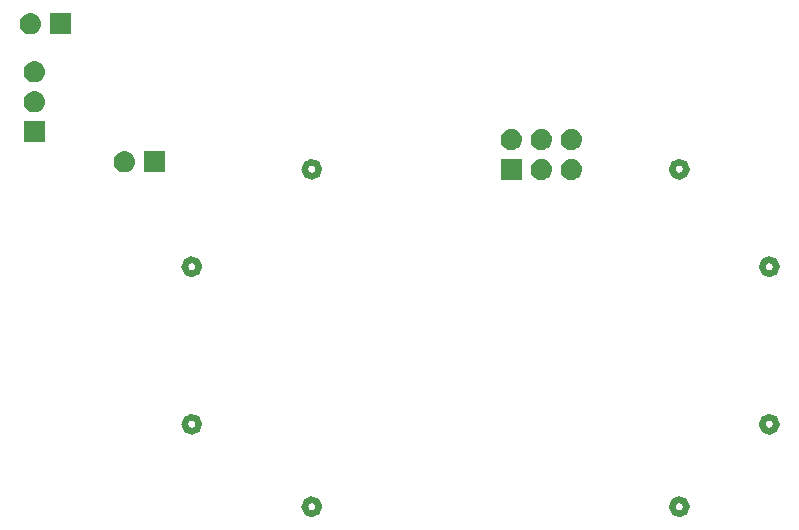
<source format=gbs>
G04 #@! TF.GenerationSoftware,KiCad,Pcbnew,5.0.2-bee76a0~70~ubuntu18.04.1*
G04 #@! TF.CreationDate,2018-12-13T21:58:58+02:00*
G04 #@! TF.ProjectId,component_tester_adapter,636f6d70-6f6e-4656-9e74-5f7465737465,rev?*
G04 #@! TF.SameCoordinates,Original*
G04 #@! TF.FileFunction,Soldermask,Bot*
G04 #@! TF.FilePolarity,Negative*
%FSLAX46Y46*%
G04 Gerber Fmt 4.6, Leading zero omitted, Abs format (unit mm)*
G04 Created by KiCad (PCBNEW 5.0.2-bee76a0~70~ubuntu18.04.1) date Thu 13 Dec 2018 09:58:58 PM EET*
%MOMM*%
%LPD*%
G01*
G04 APERTURE LIST*
%ADD10C,0.600000*%
%ADD11C,0.100000*%
G04 APERTURE END LIST*
D10*
X159350000Y-114935000D02*
G75*
G03X159350000Y-114935000I-600000J0D01*
G01*
X149190000Y-107950000D02*
G75*
G03X149190000Y-107950000I-600000J0D01*
G01*
X149190000Y-94615000D02*
G75*
G03X149190000Y-94615000I-600000J0D01*
G01*
X159350000Y-86360000D02*
G75*
G03X159350000Y-86360000I-600000J0D01*
G01*
X190465000Y-86360000D02*
G75*
G03X190465000Y-86360000I-600000J0D01*
G01*
X198085000Y-94615000D02*
G75*
G03X198085000Y-94615000I-600000J0D01*
G01*
X198085000Y-107950000D02*
G75*
G03X198085000Y-107950000I-600000J0D01*
G01*
X190465000Y-114935000D02*
G75*
G03X190465000Y-114935000I-600000J0D01*
G01*
D11*
G36*
X178285443Y-85485519D02*
X178351627Y-85492037D01*
X178464853Y-85526384D01*
X178521467Y-85543557D01*
X178660087Y-85617652D01*
X178677991Y-85627222D01*
X178713729Y-85656552D01*
X178815186Y-85739814D01*
X178898448Y-85841271D01*
X178927778Y-85877009D01*
X178927779Y-85877011D01*
X179011443Y-86033533D01*
X179011443Y-86033534D01*
X179062963Y-86203373D01*
X179080359Y-86380000D01*
X179062963Y-86556627D01*
X179041919Y-86626000D01*
X179011443Y-86726467D01*
X178937348Y-86865087D01*
X178927778Y-86882991D01*
X178898448Y-86918729D01*
X178815186Y-87020186D01*
X178713729Y-87103448D01*
X178677991Y-87132778D01*
X178677989Y-87132779D01*
X178521467Y-87216443D01*
X178464853Y-87233616D01*
X178351627Y-87267963D01*
X178285442Y-87274482D01*
X178219260Y-87281000D01*
X178130740Y-87281000D01*
X178064558Y-87274482D01*
X177998373Y-87267963D01*
X177885147Y-87233616D01*
X177828533Y-87216443D01*
X177672011Y-87132779D01*
X177672009Y-87132778D01*
X177636271Y-87103448D01*
X177534814Y-87020186D01*
X177451552Y-86918729D01*
X177422222Y-86882991D01*
X177412652Y-86865087D01*
X177338557Y-86726467D01*
X177308081Y-86626000D01*
X177287037Y-86556627D01*
X177269641Y-86380000D01*
X177287037Y-86203373D01*
X177338557Y-86033534D01*
X177338557Y-86033533D01*
X177422221Y-85877011D01*
X177422222Y-85877009D01*
X177451552Y-85841271D01*
X177534814Y-85739814D01*
X177636271Y-85656552D01*
X177672009Y-85627222D01*
X177689913Y-85617652D01*
X177828533Y-85543557D01*
X177885147Y-85526384D01*
X177998373Y-85492037D01*
X178064557Y-85485519D01*
X178130740Y-85479000D01*
X178219260Y-85479000D01*
X178285443Y-85485519D01*
X178285443Y-85485519D01*
G37*
G36*
X176536000Y-87281000D02*
X174734000Y-87281000D01*
X174734000Y-85479000D01*
X176536000Y-85479000D01*
X176536000Y-87281000D01*
X176536000Y-87281000D01*
G37*
G36*
X180825443Y-85485519D02*
X180891627Y-85492037D01*
X181004853Y-85526384D01*
X181061467Y-85543557D01*
X181200087Y-85617652D01*
X181217991Y-85627222D01*
X181253729Y-85656552D01*
X181355186Y-85739814D01*
X181438448Y-85841271D01*
X181467778Y-85877009D01*
X181467779Y-85877011D01*
X181551443Y-86033533D01*
X181551443Y-86033534D01*
X181602963Y-86203373D01*
X181620359Y-86380000D01*
X181602963Y-86556627D01*
X181581919Y-86626000D01*
X181551443Y-86726467D01*
X181477348Y-86865087D01*
X181467778Y-86882991D01*
X181438448Y-86918729D01*
X181355186Y-87020186D01*
X181253729Y-87103448D01*
X181217991Y-87132778D01*
X181217989Y-87132779D01*
X181061467Y-87216443D01*
X181004853Y-87233616D01*
X180891627Y-87267963D01*
X180825442Y-87274482D01*
X180759260Y-87281000D01*
X180670740Y-87281000D01*
X180604558Y-87274482D01*
X180538373Y-87267963D01*
X180425147Y-87233616D01*
X180368533Y-87216443D01*
X180212011Y-87132779D01*
X180212009Y-87132778D01*
X180176271Y-87103448D01*
X180074814Y-87020186D01*
X179991552Y-86918729D01*
X179962222Y-86882991D01*
X179952652Y-86865087D01*
X179878557Y-86726467D01*
X179848081Y-86626000D01*
X179827037Y-86556627D01*
X179809641Y-86380000D01*
X179827037Y-86203373D01*
X179878557Y-86033534D01*
X179878557Y-86033533D01*
X179962221Y-85877011D01*
X179962222Y-85877009D01*
X179991552Y-85841271D01*
X180074814Y-85739814D01*
X180176271Y-85656552D01*
X180212009Y-85627222D01*
X180229913Y-85617652D01*
X180368533Y-85543557D01*
X180425147Y-85526384D01*
X180538373Y-85492037D01*
X180604557Y-85485519D01*
X180670740Y-85479000D01*
X180759260Y-85479000D01*
X180825443Y-85485519D01*
X180825443Y-85485519D01*
G37*
G36*
X142985443Y-84830519D02*
X143051627Y-84837037D01*
X143164853Y-84871384D01*
X143221467Y-84888557D01*
X143360087Y-84962652D01*
X143377991Y-84972222D01*
X143413729Y-85001552D01*
X143515186Y-85084814D01*
X143598448Y-85186271D01*
X143627778Y-85222009D01*
X143627779Y-85222011D01*
X143711443Y-85378533D01*
X143711443Y-85378534D01*
X143762963Y-85548373D01*
X143780359Y-85725000D01*
X143762963Y-85901627D01*
X143728616Y-86014853D01*
X143711443Y-86071467D01*
X143640937Y-86203373D01*
X143627778Y-86227991D01*
X143598448Y-86263729D01*
X143515186Y-86365186D01*
X143413729Y-86448448D01*
X143377991Y-86477778D01*
X143377989Y-86477779D01*
X143221467Y-86561443D01*
X143164853Y-86578616D01*
X143051627Y-86612963D01*
X142985442Y-86619482D01*
X142919260Y-86626000D01*
X142830740Y-86626000D01*
X142764558Y-86619482D01*
X142698373Y-86612963D01*
X142585147Y-86578616D01*
X142528533Y-86561443D01*
X142372011Y-86477779D01*
X142372009Y-86477778D01*
X142336271Y-86448448D01*
X142234814Y-86365186D01*
X142151552Y-86263729D01*
X142122222Y-86227991D01*
X142109063Y-86203373D01*
X142038557Y-86071467D01*
X142021384Y-86014853D01*
X141987037Y-85901627D01*
X141969641Y-85725000D01*
X141987037Y-85548373D01*
X142038557Y-85378534D01*
X142038557Y-85378533D01*
X142122221Y-85222011D01*
X142122222Y-85222009D01*
X142151552Y-85186271D01*
X142234814Y-85084814D01*
X142336271Y-85001552D01*
X142372009Y-84972222D01*
X142389913Y-84962652D01*
X142528533Y-84888557D01*
X142585147Y-84871384D01*
X142698373Y-84837037D01*
X142764557Y-84830519D01*
X142830740Y-84824000D01*
X142919260Y-84824000D01*
X142985443Y-84830519D01*
X142985443Y-84830519D01*
G37*
G36*
X146316000Y-86626000D02*
X144514000Y-86626000D01*
X144514000Y-84824000D01*
X146316000Y-84824000D01*
X146316000Y-86626000D01*
X146316000Y-86626000D01*
G37*
G36*
X180825442Y-82945518D02*
X180891627Y-82952037D01*
X181004853Y-82986384D01*
X181061467Y-83003557D01*
X181200087Y-83077652D01*
X181217991Y-83087222D01*
X181253729Y-83116552D01*
X181355186Y-83199814D01*
X181438448Y-83301271D01*
X181467778Y-83337009D01*
X181467779Y-83337011D01*
X181551443Y-83493533D01*
X181551443Y-83493534D01*
X181602963Y-83663373D01*
X181620359Y-83840000D01*
X181602963Y-84016627D01*
X181581919Y-84086000D01*
X181551443Y-84186467D01*
X181477348Y-84325087D01*
X181467778Y-84342991D01*
X181438448Y-84378729D01*
X181355186Y-84480186D01*
X181253729Y-84563448D01*
X181217991Y-84592778D01*
X181217989Y-84592779D01*
X181061467Y-84676443D01*
X181004853Y-84693616D01*
X180891627Y-84727963D01*
X180825443Y-84734481D01*
X180759260Y-84741000D01*
X180670740Y-84741000D01*
X180604557Y-84734481D01*
X180538373Y-84727963D01*
X180425147Y-84693616D01*
X180368533Y-84676443D01*
X180212011Y-84592779D01*
X180212009Y-84592778D01*
X180176271Y-84563448D01*
X180074814Y-84480186D01*
X179991552Y-84378729D01*
X179962222Y-84342991D01*
X179952652Y-84325087D01*
X179878557Y-84186467D01*
X179848081Y-84086000D01*
X179827037Y-84016627D01*
X179809641Y-83840000D01*
X179827037Y-83663373D01*
X179878557Y-83493534D01*
X179878557Y-83493533D01*
X179962221Y-83337011D01*
X179962222Y-83337009D01*
X179991552Y-83301271D01*
X180074814Y-83199814D01*
X180176271Y-83116552D01*
X180212009Y-83087222D01*
X180229913Y-83077652D01*
X180368533Y-83003557D01*
X180425147Y-82986384D01*
X180538373Y-82952037D01*
X180604558Y-82945518D01*
X180670740Y-82939000D01*
X180759260Y-82939000D01*
X180825442Y-82945518D01*
X180825442Y-82945518D01*
G37*
G36*
X178285442Y-82945518D02*
X178351627Y-82952037D01*
X178464853Y-82986384D01*
X178521467Y-83003557D01*
X178660087Y-83077652D01*
X178677991Y-83087222D01*
X178713729Y-83116552D01*
X178815186Y-83199814D01*
X178898448Y-83301271D01*
X178927778Y-83337009D01*
X178927779Y-83337011D01*
X179011443Y-83493533D01*
X179011443Y-83493534D01*
X179062963Y-83663373D01*
X179080359Y-83840000D01*
X179062963Y-84016627D01*
X179041919Y-84086000D01*
X179011443Y-84186467D01*
X178937348Y-84325087D01*
X178927778Y-84342991D01*
X178898448Y-84378729D01*
X178815186Y-84480186D01*
X178713729Y-84563448D01*
X178677991Y-84592778D01*
X178677989Y-84592779D01*
X178521467Y-84676443D01*
X178464853Y-84693616D01*
X178351627Y-84727963D01*
X178285443Y-84734481D01*
X178219260Y-84741000D01*
X178130740Y-84741000D01*
X178064557Y-84734481D01*
X177998373Y-84727963D01*
X177885147Y-84693616D01*
X177828533Y-84676443D01*
X177672011Y-84592779D01*
X177672009Y-84592778D01*
X177636271Y-84563448D01*
X177534814Y-84480186D01*
X177451552Y-84378729D01*
X177422222Y-84342991D01*
X177412652Y-84325087D01*
X177338557Y-84186467D01*
X177308081Y-84086000D01*
X177287037Y-84016627D01*
X177269641Y-83840000D01*
X177287037Y-83663373D01*
X177338557Y-83493534D01*
X177338557Y-83493533D01*
X177422221Y-83337011D01*
X177422222Y-83337009D01*
X177451552Y-83301271D01*
X177534814Y-83199814D01*
X177636271Y-83116552D01*
X177672009Y-83087222D01*
X177689913Y-83077652D01*
X177828533Y-83003557D01*
X177885147Y-82986384D01*
X177998373Y-82952037D01*
X178064558Y-82945518D01*
X178130740Y-82939000D01*
X178219260Y-82939000D01*
X178285442Y-82945518D01*
X178285442Y-82945518D01*
G37*
G36*
X175745442Y-82945518D02*
X175811627Y-82952037D01*
X175924853Y-82986384D01*
X175981467Y-83003557D01*
X176120087Y-83077652D01*
X176137991Y-83087222D01*
X176173729Y-83116552D01*
X176275186Y-83199814D01*
X176358448Y-83301271D01*
X176387778Y-83337009D01*
X176387779Y-83337011D01*
X176471443Y-83493533D01*
X176471443Y-83493534D01*
X176522963Y-83663373D01*
X176540359Y-83840000D01*
X176522963Y-84016627D01*
X176501919Y-84086000D01*
X176471443Y-84186467D01*
X176397348Y-84325087D01*
X176387778Y-84342991D01*
X176358448Y-84378729D01*
X176275186Y-84480186D01*
X176173729Y-84563448D01*
X176137991Y-84592778D01*
X176137989Y-84592779D01*
X175981467Y-84676443D01*
X175924853Y-84693616D01*
X175811627Y-84727963D01*
X175745443Y-84734481D01*
X175679260Y-84741000D01*
X175590740Y-84741000D01*
X175524557Y-84734481D01*
X175458373Y-84727963D01*
X175345147Y-84693616D01*
X175288533Y-84676443D01*
X175132011Y-84592779D01*
X175132009Y-84592778D01*
X175096271Y-84563448D01*
X174994814Y-84480186D01*
X174911552Y-84378729D01*
X174882222Y-84342991D01*
X174872652Y-84325087D01*
X174798557Y-84186467D01*
X174768081Y-84086000D01*
X174747037Y-84016627D01*
X174729641Y-83840000D01*
X174747037Y-83663373D01*
X174798557Y-83493534D01*
X174798557Y-83493533D01*
X174882221Y-83337011D01*
X174882222Y-83337009D01*
X174911552Y-83301271D01*
X174994814Y-83199814D01*
X175096271Y-83116552D01*
X175132009Y-83087222D01*
X175149913Y-83077652D01*
X175288533Y-83003557D01*
X175345147Y-82986384D01*
X175458373Y-82952037D01*
X175524558Y-82945518D01*
X175590740Y-82939000D01*
X175679260Y-82939000D01*
X175745442Y-82945518D01*
X175745442Y-82945518D01*
G37*
G36*
X136156000Y-84086000D02*
X134354000Y-84086000D01*
X134354000Y-82284000D01*
X136156000Y-82284000D01*
X136156000Y-84086000D01*
X136156000Y-84086000D01*
G37*
G36*
X135365442Y-79750518D02*
X135431627Y-79757037D01*
X135544853Y-79791384D01*
X135601467Y-79808557D01*
X135740087Y-79882652D01*
X135757991Y-79892222D01*
X135793729Y-79921552D01*
X135895186Y-80004814D01*
X135978448Y-80106271D01*
X136007778Y-80142009D01*
X136007779Y-80142011D01*
X136091443Y-80298533D01*
X136091443Y-80298534D01*
X136142963Y-80468373D01*
X136160359Y-80645000D01*
X136142963Y-80821627D01*
X136108616Y-80934853D01*
X136091443Y-80991467D01*
X136017348Y-81130087D01*
X136007778Y-81147991D01*
X135978448Y-81183729D01*
X135895186Y-81285186D01*
X135793729Y-81368448D01*
X135757991Y-81397778D01*
X135757989Y-81397779D01*
X135601467Y-81481443D01*
X135544853Y-81498616D01*
X135431627Y-81532963D01*
X135365442Y-81539482D01*
X135299260Y-81546000D01*
X135210740Y-81546000D01*
X135144558Y-81539482D01*
X135078373Y-81532963D01*
X134965147Y-81498616D01*
X134908533Y-81481443D01*
X134752011Y-81397779D01*
X134752009Y-81397778D01*
X134716271Y-81368448D01*
X134614814Y-81285186D01*
X134531552Y-81183729D01*
X134502222Y-81147991D01*
X134492652Y-81130087D01*
X134418557Y-80991467D01*
X134401384Y-80934853D01*
X134367037Y-80821627D01*
X134349641Y-80645000D01*
X134367037Y-80468373D01*
X134418557Y-80298534D01*
X134418557Y-80298533D01*
X134502221Y-80142011D01*
X134502222Y-80142009D01*
X134531552Y-80106271D01*
X134614814Y-80004814D01*
X134716271Y-79921552D01*
X134752009Y-79892222D01*
X134769913Y-79882652D01*
X134908533Y-79808557D01*
X134965147Y-79791384D01*
X135078373Y-79757037D01*
X135144558Y-79750518D01*
X135210740Y-79744000D01*
X135299260Y-79744000D01*
X135365442Y-79750518D01*
X135365442Y-79750518D01*
G37*
G36*
X135365443Y-77210519D02*
X135431627Y-77217037D01*
X135544853Y-77251384D01*
X135601467Y-77268557D01*
X135740087Y-77342652D01*
X135757991Y-77352222D01*
X135793729Y-77381552D01*
X135895186Y-77464814D01*
X135978448Y-77566271D01*
X136007778Y-77602009D01*
X136007779Y-77602011D01*
X136091443Y-77758533D01*
X136091443Y-77758534D01*
X136142963Y-77928373D01*
X136160359Y-78105000D01*
X136142963Y-78281627D01*
X136108616Y-78394853D01*
X136091443Y-78451467D01*
X136017348Y-78590087D01*
X136007778Y-78607991D01*
X135978448Y-78643729D01*
X135895186Y-78745186D01*
X135793729Y-78828448D01*
X135757991Y-78857778D01*
X135757989Y-78857779D01*
X135601467Y-78941443D01*
X135544853Y-78958616D01*
X135431627Y-78992963D01*
X135365443Y-78999481D01*
X135299260Y-79006000D01*
X135210740Y-79006000D01*
X135144557Y-78999481D01*
X135078373Y-78992963D01*
X134965147Y-78958616D01*
X134908533Y-78941443D01*
X134752011Y-78857779D01*
X134752009Y-78857778D01*
X134716271Y-78828448D01*
X134614814Y-78745186D01*
X134531552Y-78643729D01*
X134502222Y-78607991D01*
X134492652Y-78590087D01*
X134418557Y-78451467D01*
X134401384Y-78394853D01*
X134367037Y-78281627D01*
X134349641Y-78105000D01*
X134367037Y-77928373D01*
X134418557Y-77758534D01*
X134418557Y-77758533D01*
X134502221Y-77602011D01*
X134502222Y-77602009D01*
X134531552Y-77566271D01*
X134614814Y-77464814D01*
X134716271Y-77381552D01*
X134752009Y-77352222D01*
X134769913Y-77342652D01*
X134908533Y-77268557D01*
X134965147Y-77251384D01*
X135078373Y-77217037D01*
X135144557Y-77210519D01*
X135210740Y-77204000D01*
X135299260Y-77204000D01*
X135365443Y-77210519D01*
X135365443Y-77210519D01*
G37*
G36*
X135025442Y-73145518D02*
X135091627Y-73152037D01*
X135204853Y-73186384D01*
X135261467Y-73203557D01*
X135400087Y-73277652D01*
X135417991Y-73287222D01*
X135453729Y-73316552D01*
X135555186Y-73399814D01*
X135638448Y-73501271D01*
X135667778Y-73537009D01*
X135667779Y-73537011D01*
X135751443Y-73693533D01*
X135751443Y-73693534D01*
X135802963Y-73863373D01*
X135820359Y-74040000D01*
X135802963Y-74216627D01*
X135768616Y-74329853D01*
X135751443Y-74386467D01*
X135677348Y-74525087D01*
X135667778Y-74542991D01*
X135638448Y-74578729D01*
X135555186Y-74680186D01*
X135453729Y-74763448D01*
X135417991Y-74792778D01*
X135417989Y-74792779D01*
X135261467Y-74876443D01*
X135204853Y-74893616D01*
X135091627Y-74927963D01*
X135025443Y-74934481D01*
X134959260Y-74941000D01*
X134870740Y-74941000D01*
X134804557Y-74934481D01*
X134738373Y-74927963D01*
X134625147Y-74893616D01*
X134568533Y-74876443D01*
X134412011Y-74792779D01*
X134412009Y-74792778D01*
X134376271Y-74763448D01*
X134274814Y-74680186D01*
X134191552Y-74578729D01*
X134162222Y-74542991D01*
X134152652Y-74525087D01*
X134078557Y-74386467D01*
X134061384Y-74329853D01*
X134027037Y-74216627D01*
X134009641Y-74040000D01*
X134027037Y-73863373D01*
X134078557Y-73693534D01*
X134078557Y-73693533D01*
X134162221Y-73537011D01*
X134162222Y-73537009D01*
X134191552Y-73501271D01*
X134274814Y-73399814D01*
X134376271Y-73316552D01*
X134412009Y-73287222D01*
X134429913Y-73277652D01*
X134568533Y-73203557D01*
X134625147Y-73186384D01*
X134738373Y-73152037D01*
X134804558Y-73145518D01*
X134870740Y-73139000D01*
X134959260Y-73139000D01*
X135025442Y-73145518D01*
X135025442Y-73145518D01*
G37*
G36*
X138356000Y-74941000D02*
X136554000Y-74941000D01*
X136554000Y-73139000D01*
X138356000Y-73139000D01*
X138356000Y-74941000D01*
X138356000Y-74941000D01*
G37*
M02*

</source>
